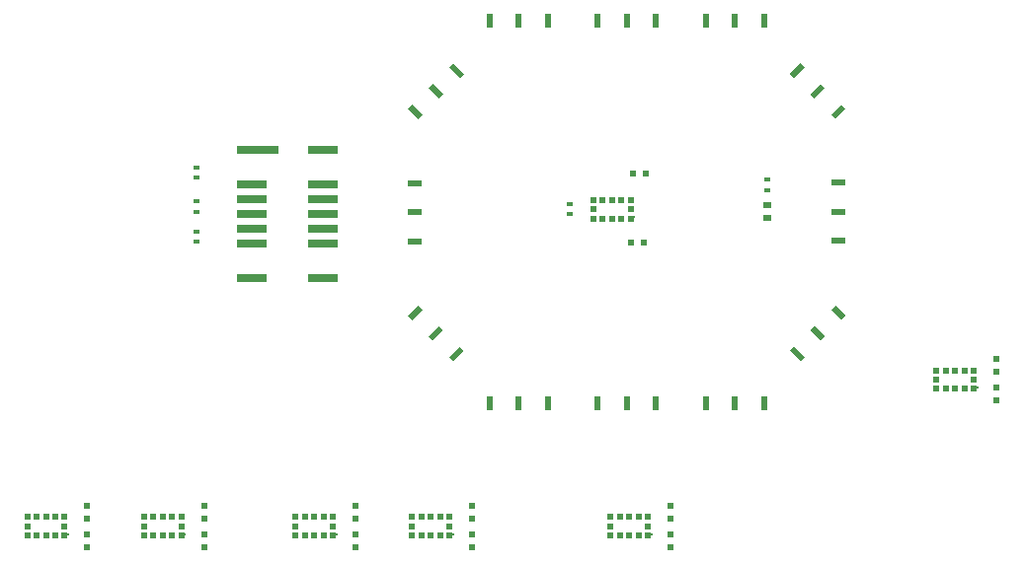
<source format=gtp>
G04 #@! TF.FileFunction,Paste,Top*
%FSLAX46Y46*%
G04 Gerber Fmt 4.6, Leading zero omitted, Abs format (unit mm)*
G04 Created by KiCad (PCBNEW 4.0.7-e2-6376~58~ubuntu16.04.1) date Fri Aug  3 14:44:38 2018*
%MOMM*%
%LPD*%
G01*
G04 APERTURE LIST*
%ADD10C,0.100000*%
%ADD11R,0.500000X1.250000*%
%ADD12R,0.500000X0.500000*%
%ADD13R,0.250000X0.250000*%
%ADD14R,1.250000X0.500000*%
%ADD15R,0.600000X0.500000*%
%ADD16R,0.700000X0.600000*%
%ADD17R,0.600000X0.400000*%
%ADD18R,3.600000X0.800000*%
%ADD19R,2.600000X0.700000*%
%ADD20R,2.600000X0.800000*%
%ADD21R,0.500000X0.600000*%
G04 APERTURE END LIST*
D10*
D11*
X132230000Y-80540000D03*
X129730000Y-80540000D03*
X127230000Y-80540000D03*
X141510000Y-80570000D03*
X139010000Y-80570000D03*
X136510000Y-80570000D03*
X150780000Y-80550000D03*
X148280000Y-80550000D03*
X145780000Y-80550000D03*
X145790000Y-113450000D03*
X148290000Y-113450000D03*
X150790000Y-113450000D03*
X127220000Y-113390000D03*
X129720000Y-113390000D03*
X132220000Y-113390000D03*
D12*
X139340000Y-97560000D03*
X138540000Y-97560000D03*
X137740000Y-97560000D03*
X136940000Y-97560000D03*
X136140000Y-97560000D03*
X136140000Y-96760000D03*
X136140000Y-95960000D03*
X136940000Y-95960000D03*
X137740000Y-95960000D03*
X138540000Y-95960000D03*
X139340000Y-95960000D03*
X139340000Y-96760000D03*
D13*
X139640000Y-97435000D03*
D10*
G36*
X157756485Y-88132602D02*
X156872602Y-89016485D01*
X156519049Y-88662932D01*
X157402932Y-87779049D01*
X157756485Y-88132602D01*
X157756485Y-88132602D01*
G37*
G36*
X155988718Y-86364835D02*
X155104835Y-87248718D01*
X154751282Y-86895165D01*
X155635165Y-86011282D01*
X155988718Y-86364835D01*
X155988718Y-86364835D01*
G37*
G36*
X154220951Y-84597068D02*
X153337068Y-85480951D01*
X152983515Y-85127398D01*
X153867398Y-84243515D01*
X154220951Y-84597068D01*
X154220951Y-84597068D01*
G37*
D14*
X157120000Y-99500000D03*
X157120000Y-97000000D03*
X157120000Y-94500000D03*
X120860000Y-94510000D03*
X120860000Y-97010000D03*
X120860000Y-99510000D03*
D11*
X136500000Y-113450000D03*
X139000000Y-113450000D03*
X141500000Y-113450000D03*
D10*
G36*
X120243515Y-105927398D02*
X121127398Y-105043515D01*
X121480951Y-105397068D01*
X120597068Y-106280951D01*
X120243515Y-105927398D01*
X120243515Y-105927398D01*
G37*
G36*
X122011282Y-107695165D02*
X122895165Y-106811282D01*
X123248718Y-107164835D01*
X122364835Y-108048718D01*
X122011282Y-107695165D01*
X122011282Y-107695165D01*
G37*
G36*
X123779049Y-109462932D02*
X124662932Y-108579049D01*
X125016485Y-108932602D01*
X124132602Y-109816485D01*
X123779049Y-109462932D01*
X123779049Y-109462932D01*
G37*
G36*
X153887398Y-109786485D02*
X153003515Y-108902602D01*
X153357068Y-108549049D01*
X154240951Y-109432932D01*
X153887398Y-109786485D01*
X153887398Y-109786485D01*
G37*
G36*
X155655165Y-108018718D02*
X154771282Y-107134835D01*
X155124835Y-106781282D01*
X156008718Y-107665165D01*
X155655165Y-108018718D01*
X155655165Y-108018718D01*
G37*
G36*
X157422932Y-106250951D02*
X156539049Y-105367068D01*
X156892602Y-105013515D01*
X157776485Y-105897398D01*
X157422932Y-106250951D01*
X157422932Y-106250951D01*
G37*
G36*
X124152602Y-84233515D02*
X125036485Y-85117398D01*
X124682932Y-85470951D01*
X123799049Y-84587068D01*
X124152602Y-84233515D01*
X124152602Y-84233515D01*
G37*
G36*
X122384835Y-86001282D02*
X123268718Y-86885165D01*
X122915165Y-87238718D01*
X122031282Y-86354835D01*
X122384835Y-86001282D01*
X122384835Y-86001282D01*
G37*
G36*
X120617068Y-87769049D02*
X121500951Y-88652932D01*
X121147398Y-89006485D01*
X120263515Y-88122602D01*
X120617068Y-87769049D01*
X120617068Y-87769049D01*
G37*
D15*
X139350000Y-99650000D03*
X140450000Y-99650000D03*
X140650000Y-93675000D03*
X139550000Y-93675000D03*
D16*
X151025000Y-96400000D03*
X151025000Y-97500000D03*
D17*
X151025000Y-94200000D03*
X151025000Y-95100000D03*
X134150000Y-97200000D03*
X134150000Y-96300000D03*
X102100000Y-98675000D03*
X102100000Y-99575000D03*
X102100000Y-96075000D03*
X102100000Y-96975000D03*
X102100000Y-93175000D03*
X102100000Y-94075000D03*
D18*
X107350000Y-91675000D03*
D19*
X106850000Y-97175000D03*
X106850000Y-98445000D03*
X106850000Y-99715000D03*
X106850000Y-95905000D03*
X106850000Y-94635000D03*
X112950000Y-94635000D03*
X112950000Y-99715000D03*
X112950000Y-98445000D03*
X112950000Y-97175000D03*
X112950000Y-95905000D03*
D20*
X112950000Y-91675000D03*
X112950000Y-102675000D03*
X106850000Y-102675000D03*
D21*
X170700000Y-109650000D03*
X170700000Y-110750000D03*
X170700000Y-113200000D03*
X170700000Y-112100000D03*
X102750000Y-125775000D03*
X102750000Y-124675000D03*
X102750000Y-122200000D03*
X102750000Y-123300000D03*
D12*
X168750000Y-112200000D03*
X167950000Y-112200000D03*
X167150000Y-112200000D03*
X166350000Y-112200000D03*
X165550000Y-112200000D03*
X165550000Y-111400000D03*
X165550000Y-110600000D03*
X166350000Y-110600000D03*
X167150000Y-110600000D03*
X167950000Y-110600000D03*
X168750000Y-110600000D03*
X168750000Y-111400000D03*
D13*
X169050000Y-112075000D03*
D12*
X100800000Y-124775000D03*
X100000000Y-124775000D03*
X99200000Y-124775000D03*
X98400000Y-124775000D03*
X97600000Y-124775000D03*
X97600000Y-123975000D03*
X97600000Y-123175000D03*
X98400000Y-123175000D03*
X99200000Y-123175000D03*
X100000000Y-123175000D03*
X100800000Y-123175000D03*
X100800000Y-123975000D03*
D13*
X101100000Y-124650000D03*
D21*
X115750000Y-125775000D03*
X115750000Y-124675000D03*
X115750000Y-122225000D03*
X115750000Y-123325000D03*
X125750000Y-125775000D03*
X125750000Y-124675000D03*
X125750000Y-122225000D03*
X125750000Y-123325000D03*
X92750000Y-125775000D03*
X92750000Y-124675000D03*
X92750000Y-122225000D03*
X92750000Y-123325000D03*
D12*
X113800000Y-124775000D03*
X113000000Y-124775000D03*
X112200000Y-124775000D03*
X111400000Y-124775000D03*
X110600000Y-124775000D03*
X110600000Y-123975000D03*
X110600000Y-123175000D03*
X111400000Y-123175000D03*
X112200000Y-123175000D03*
X113000000Y-123175000D03*
X113800000Y-123175000D03*
X113800000Y-123975000D03*
D13*
X114100000Y-124650000D03*
D12*
X123800000Y-124775000D03*
X123000000Y-124775000D03*
X122200000Y-124775000D03*
X121400000Y-124775000D03*
X120600000Y-124775000D03*
X120600000Y-123975000D03*
X120600000Y-123175000D03*
X121400000Y-123175000D03*
X122200000Y-123175000D03*
X123000000Y-123175000D03*
X123800000Y-123175000D03*
X123800000Y-123975000D03*
D13*
X124100000Y-124650000D03*
D12*
X90800000Y-124775000D03*
X90000000Y-124775000D03*
X89200000Y-124775000D03*
X88400000Y-124775000D03*
X87600000Y-124775000D03*
X87600000Y-123975000D03*
X87600000Y-123175000D03*
X88400000Y-123175000D03*
X89200000Y-123175000D03*
X90000000Y-123175000D03*
X90800000Y-123175000D03*
X90800000Y-123975000D03*
D13*
X91100000Y-124650000D03*
D21*
X142750000Y-125775000D03*
X142750000Y-124675000D03*
X142750000Y-122225000D03*
X142750000Y-123325000D03*
D12*
X140800000Y-124775000D03*
X140000000Y-124775000D03*
X139200000Y-124775000D03*
X138400000Y-124775000D03*
X137600000Y-124775000D03*
X137600000Y-123975000D03*
X137600000Y-123175000D03*
X138400000Y-123175000D03*
X139200000Y-123175000D03*
X140000000Y-123175000D03*
X140800000Y-123175000D03*
X140800000Y-123975000D03*
D13*
X141100000Y-124650000D03*
M02*

</source>
